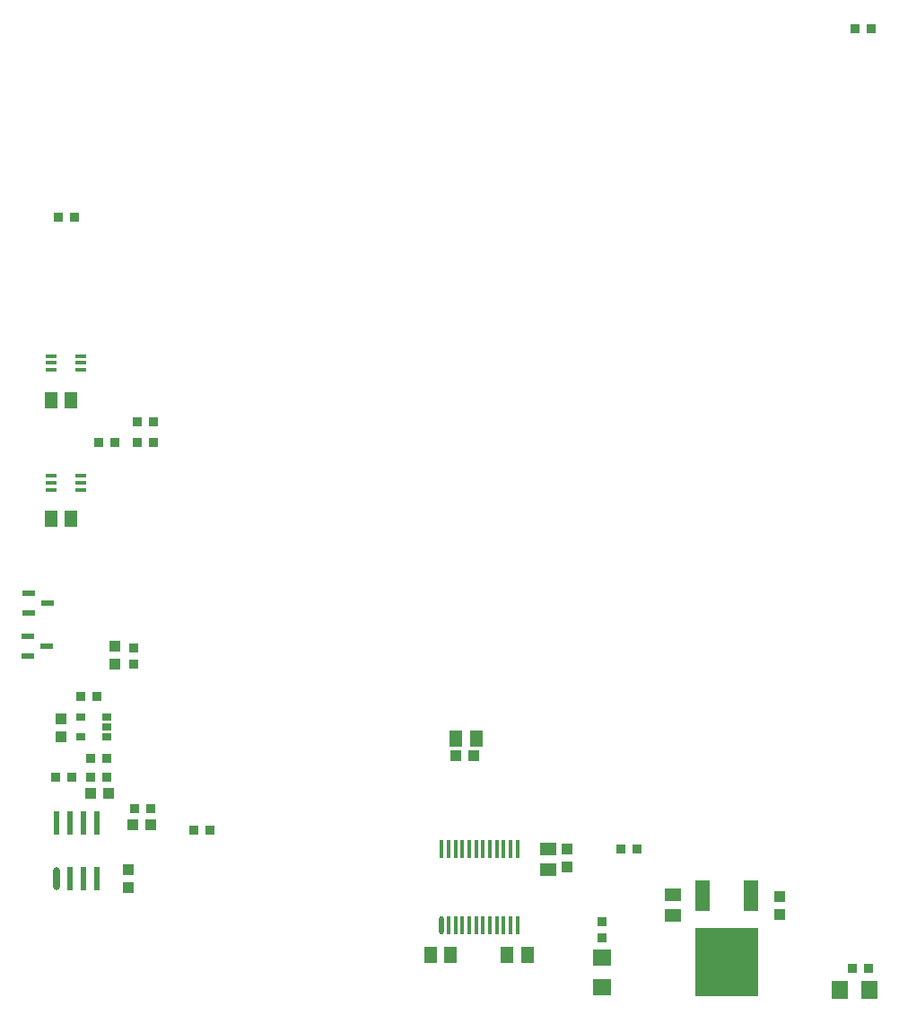
<source format=gtp>
G04 Layer_Color=7318015*
%FSLAX25Y25*%
%MOIN*%
G70*
G01*
G75*
%ADD11R,0.03500X0.03500*%
%ADD12R,0.04331X0.03937*%
%ADD13R,0.05118X0.05906*%
%ADD14R,0.04331X0.01500*%
%ADD15O,0.04331X0.01500*%
%ADD16R,0.03500X0.03500*%
%ADD17R,0.06299X0.07087*%
%ADD18R,0.07087X0.06299*%
%ADD19O,0.02362X0.08661*%
%ADD20R,0.02362X0.08661*%
%ADD21R,0.01772X0.06890*%
%ADD22O,0.01772X0.06890*%
%ADD23R,0.03937X0.04331*%
%ADD24R,0.03543X0.02559*%
%ADD25R,0.05906X0.05118*%
%ADD26R,0.05512X0.11811*%
%ADD27R,0.23622X0.25590*%
%ADD28R,0.04724X0.02362*%
D11*
X142500Y198000D02*
D03*
X148500D02*
D03*
X161500D02*
D03*
X155500D02*
D03*
X158500Y322500D02*
D03*
X164500D02*
D03*
X438500Y127000D02*
D03*
X444500D02*
D03*
X149500Y406000D02*
D03*
X143500D02*
D03*
X439500Y476000D02*
D03*
X445500D02*
D03*
X152000Y228000D02*
D03*
X158000D02*
D03*
X161500Y205000D02*
D03*
X155500D02*
D03*
X178000Y186500D02*
D03*
X172000D02*
D03*
X194000Y178500D02*
D03*
X200000Y178500D02*
D03*
X358500Y171500D02*
D03*
X352500D02*
D03*
X179000Y322500D02*
D03*
X173000D02*
D03*
X179000Y330000D02*
D03*
X173000D02*
D03*
D12*
X291154Y206000D02*
D03*
X297847D02*
D03*
X155654Y192000D02*
D03*
X162346D02*
D03*
X171153Y180500D02*
D03*
X177847D02*
D03*
D13*
X298740Y212500D02*
D03*
X291260D02*
D03*
X148240Y294000D02*
D03*
X140760D02*
D03*
X148240Y338000D02*
D03*
X140760D02*
D03*
X317740Y132000D02*
D03*
X310260D02*
D03*
X289240D02*
D03*
X281760D02*
D03*
D14*
X152024Y351941D02*
D03*
Y354500D02*
D03*
Y349382D02*
D03*
X141000D02*
D03*
Y351941D02*
D03*
X152024Y307441D02*
D03*
Y310000D02*
D03*
Y304882D02*
D03*
X141000D02*
D03*
Y307441D02*
D03*
D15*
Y354500D02*
D03*
Y310000D02*
D03*
D16*
X345500Y144500D02*
D03*
Y138500D02*
D03*
X171500Y240000D02*
D03*
Y246000D02*
D03*
D17*
X445012Y119000D02*
D03*
X433988D02*
D03*
D18*
X345500Y131012D02*
D03*
Y119988D02*
D03*
D19*
X143000Y160500D02*
D03*
D20*
X158000Y180972D02*
D03*
X153000D02*
D03*
X148000D02*
D03*
X143000D02*
D03*
X158000Y160500D02*
D03*
X153000D02*
D03*
X148000D02*
D03*
D21*
X314150Y171346D02*
D03*
X311591D02*
D03*
X309032D02*
D03*
X306472D02*
D03*
X303913D02*
D03*
X301354D02*
D03*
X298795D02*
D03*
X296236D02*
D03*
X293677D02*
D03*
X291118D02*
D03*
X288559D02*
D03*
X286000D02*
D03*
X314150Y143000D02*
D03*
X311591D02*
D03*
X309032D02*
D03*
X306472D02*
D03*
X303913D02*
D03*
X301354D02*
D03*
X298795D02*
D03*
X296236D02*
D03*
X293677D02*
D03*
X291118D02*
D03*
X288559D02*
D03*
D22*
X286000D02*
D03*
D23*
X144500Y213154D02*
D03*
Y219847D02*
D03*
X164500Y240154D02*
D03*
Y246847D02*
D03*
X169500Y163847D02*
D03*
Y157153D02*
D03*
X332500Y171346D02*
D03*
Y164654D02*
D03*
X411500Y153847D02*
D03*
Y147153D02*
D03*
D24*
X161500Y213000D02*
D03*
Y216740D02*
D03*
Y220480D02*
D03*
X152051D02*
D03*
Y213000D02*
D03*
D25*
X325500Y163760D02*
D03*
Y171240D02*
D03*
X372000Y146760D02*
D03*
Y154240D02*
D03*
D26*
X382945Y154000D02*
D03*
X401000D02*
D03*
D27*
X392000Y129394D02*
D03*
D28*
X132213Y250500D02*
D03*
Y243020D02*
D03*
X139299Y246760D02*
D03*
X132500Y266500D02*
D03*
Y259020D02*
D03*
X139587Y262760D02*
D03*
M02*

</source>
